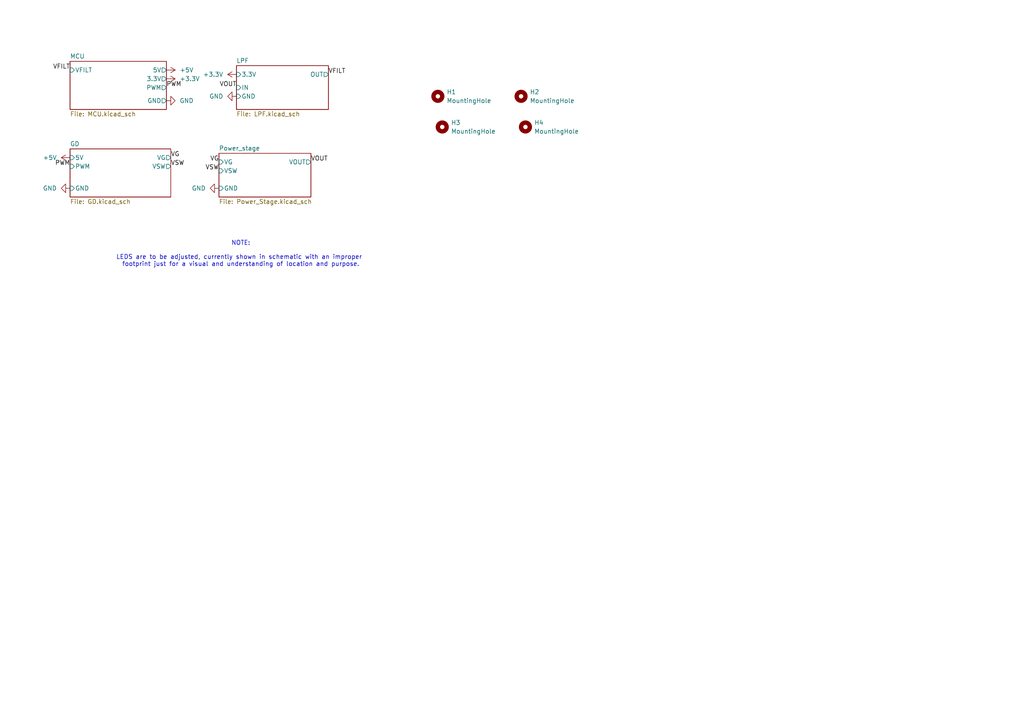
<source format=kicad_sch>
(kicad_sch
	(version 20250114)
	(generator "eeschema")
	(generator_version "9.0")
	(uuid "a5e6a684-17c9-434a-acf7-c925557987b4")
	(paper "A4")
	(title_block
		(title "Lecture_Tutorial")
		(date "2025-02-20")
		(rev "R0")
		(company "AbdullahZafar")
	)
	(lib_symbols
		(symbol "Mechanical:MountingHole"
			(pin_names
				(offset 1.016)
			)
			(exclude_from_sim yes)
			(in_bom no)
			(on_board yes)
			(property "Reference" "H"
				(at 0 5.08 0)
				(effects
					(font
						(size 1.27 1.27)
					)
				)
			)
			(property "Value" "MountingHole"
				(at 0 3.175 0)
				(effects
					(font
						(size 1.27 1.27)
					)
				)
			)
			(property "Footprint" ""
				(at 0 0 0)
				(effects
					(font
						(size 1.27 1.27)
					)
					(hide yes)
				)
			)
			(property "Datasheet" "~"
				(at 0 0 0)
				(effects
					(font
						(size 1.27 1.27)
					)
					(hide yes)
				)
			)
			(property "Description" "Mounting Hole without connection"
				(at 0 0 0)
				(effects
					(font
						(size 1.27 1.27)
					)
					(hide yes)
				)
			)
			(property "ki_keywords" "mounting hole"
				(at 0 0 0)
				(effects
					(font
						(size 1.27 1.27)
					)
					(hide yes)
				)
			)
			(property "ki_fp_filters" "MountingHole*"
				(at 0 0 0)
				(effects
					(font
						(size 1.27 1.27)
					)
					(hide yes)
				)
			)
			(symbol "MountingHole_0_1"
				(circle
					(center 0 0)
					(radius 1.27)
					(stroke
						(width 1.27)
						(type default)
					)
					(fill
						(type none)
					)
				)
			)
			(embedded_fonts no)
		)
		(symbol "power:+3.3V"
			(power)
			(pin_numbers
				(hide yes)
			)
			(pin_names
				(offset 0)
				(hide yes)
			)
			(exclude_from_sim no)
			(in_bom yes)
			(on_board yes)
			(property "Reference" "#PWR"
				(at 0 -3.81 0)
				(effects
					(font
						(size 1.27 1.27)
					)
					(hide yes)
				)
			)
			(property "Value" "+3.3V"
				(at 0 3.556 0)
				(effects
					(font
						(size 1.27 1.27)
					)
				)
			)
			(property "Footprint" ""
				(at 0 0 0)
				(effects
					(font
						(size 1.27 1.27)
					)
					(hide yes)
				)
			)
			(property "Datasheet" ""
				(at 0 0 0)
				(effects
					(font
						(size 1.27 1.27)
					)
					(hide yes)
				)
			)
			(property "Description" "Power symbol creates a global label with name \"+3.3V\""
				(at 0 0 0)
				(effects
					(font
						(size 1.27 1.27)
					)
					(hide yes)
				)
			)
			(property "ki_keywords" "global power"
				(at 0 0 0)
				(effects
					(font
						(size 1.27 1.27)
					)
					(hide yes)
				)
			)
			(symbol "+3.3V_0_1"
				(polyline
					(pts
						(xy -0.762 1.27) (xy 0 2.54)
					)
					(stroke
						(width 0)
						(type default)
					)
					(fill
						(type none)
					)
				)
				(polyline
					(pts
						(xy 0 2.54) (xy 0.762 1.27)
					)
					(stroke
						(width 0)
						(type default)
					)
					(fill
						(type none)
					)
				)
				(polyline
					(pts
						(xy 0 0) (xy 0 2.54)
					)
					(stroke
						(width 0)
						(type default)
					)
					(fill
						(type none)
					)
				)
			)
			(symbol "+3.3V_1_1"
				(pin power_in line
					(at 0 0 90)
					(length 0)
					(name "~"
						(effects
							(font
								(size 1.27 1.27)
							)
						)
					)
					(number "1"
						(effects
							(font
								(size 1.27 1.27)
							)
						)
					)
				)
			)
			(embedded_fonts no)
		)
		(symbol "power:+5V"
			(power)
			(pin_numbers
				(hide yes)
			)
			(pin_names
				(offset 0)
				(hide yes)
			)
			(exclude_from_sim no)
			(in_bom yes)
			(on_board yes)
			(property "Reference" "#PWR"
				(at 0 -3.81 0)
				(effects
					(font
						(size 1.27 1.27)
					)
					(hide yes)
				)
			)
			(property "Value" "+5V"
				(at 0 3.556 0)
				(effects
					(font
						(size 1.27 1.27)
					)
				)
			)
			(property "Footprint" ""
				(at 0 0 0)
				(effects
					(font
						(size 1.27 1.27)
					)
					(hide yes)
				)
			)
			(property "Datasheet" ""
				(at 0 0 0)
				(effects
					(font
						(size 1.27 1.27)
					)
					(hide yes)
				)
			)
			(property "Description" "Power symbol creates a global label with name \"+5V\""
				(at 0 0 0)
				(effects
					(font
						(size 1.27 1.27)
					)
					(hide yes)
				)
			)
			(property "ki_keywords" "global power"
				(at 0 0 0)
				(effects
					(font
						(size 1.27 1.27)
					)
					(hide yes)
				)
			)
			(symbol "+5V_0_1"
				(polyline
					(pts
						(xy -0.762 1.27) (xy 0 2.54)
					)
					(stroke
						(width 0)
						(type default)
					)
					(fill
						(type none)
					)
				)
				(polyline
					(pts
						(xy 0 2.54) (xy 0.762 1.27)
					)
					(stroke
						(width 0)
						(type default)
					)
					(fill
						(type none)
					)
				)
				(polyline
					(pts
						(xy 0 0) (xy 0 2.54)
					)
					(stroke
						(width 0)
						(type default)
					)
					(fill
						(type none)
					)
				)
			)
			(symbol "+5V_1_1"
				(pin power_in line
					(at 0 0 90)
					(length 0)
					(name "~"
						(effects
							(font
								(size 1.27 1.27)
							)
						)
					)
					(number "1"
						(effects
							(font
								(size 1.27 1.27)
							)
						)
					)
				)
			)
			(embedded_fonts no)
		)
		(symbol "power:GND"
			(power)
			(pin_numbers
				(hide yes)
			)
			(pin_names
				(offset 0)
				(hide yes)
			)
			(exclude_from_sim no)
			(in_bom yes)
			(on_board yes)
			(property "Reference" "#PWR"
				(at 0 -6.35 0)
				(effects
					(font
						(size 1.27 1.27)
					)
					(hide yes)
				)
			)
			(property "Value" "GND"
				(at 0 -3.81 0)
				(effects
					(font
						(size 1.27 1.27)
					)
				)
			)
			(property "Footprint" ""
				(at 0 0 0)
				(effects
					(font
						(size 1.27 1.27)
					)
					(hide yes)
				)
			)
			(property "Datasheet" ""
				(at 0 0 0)
				(effects
					(font
						(size 1.27 1.27)
					)
					(hide yes)
				)
			)
			(property "Description" "Power symbol creates a global label with name \"GND\" , ground"
				(at 0 0 0)
				(effects
					(font
						(size 1.27 1.27)
					)
					(hide yes)
				)
			)
			(property "ki_keywords" "global power"
				(at 0 0 0)
				(effects
					(font
						(size 1.27 1.27)
					)
					(hide yes)
				)
			)
			(symbol "GND_0_1"
				(polyline
					(pts
						(xy 0 0) (xy 0 -1.27) (xy 1.27 -1.27) (xy 0 -2.54) (xy -1.27 -1.27) (xy 0 -1.27)
					)
					(stroke
						(width 0)
						(type default)
					)
					(fill
						(type none)
					)
				)
			)
			(symbol "GND_1_1"
				(pin power_in line
					(at 0 0 270)
					(length 0)
					(name "~"
						(effects
							(font
								(size 1.27 1.27)
							)
						)
					)
					(number "1"
						(effects
							(font
								(size 1.27 1.27)
							)
						)
					)
				)
			)
			(embedded_fonts no)
		)
	)
	(text "NOTE:\n\nLEDS are to be adjusted, currently shown in schematic with an improper \nfootprint just for a visual and understanding of location and purpose.\n"
		(exclude_from_sim no)
		(at 69.85 73.66 0)
		(effects
			(font
				(size 1.27 1.27)
			)
		)
		(uuid "4a5ac2de-9ffa-4e67-b5cb-e41748b676bf")
	)
	(label "VOUT"
		(at 68.58 25.4 180)
		(effects
			(font
				(size 1.27 1.27)
			)
			(justify right bottom)
		)
		(uuid "040edd82-8c42-4668-9c7c-1efa1d6e7dfd")
	)
	(label "VFILT"
		(at 95.25 21.59 0)
		(effects
			(font
				(size 1.27 1.27)
			)
			(justify left bottom)
		)
		(uuid "1331cde5-ed9e-44f4-9dcb-db4fd3e75e81")
	)
	(label "PWM"
		(at 20.32 48.26 180)
		(effects
			(font
				(size 1.27 1.27)
			)
			(justify right bottom)
		)
		(uuid "15ec2cd6-c9e0-469d-8d1f-84fcb50585b1")
	)
	(label "VFILT"
		(at 20.32 20.32 180)
		(effects
			(font
				(size 1.27 1.27)
			)
			(justify right bottom)
		)
		(uuid "24d8c81b-7e93-4bd8-9f27-66803e3cbd23")
	)
	(label "VG"
		(at 49.53 45.72 0)
		(effects
			(font
				(size 1.27 1.27)
			)
			(justify left bottom)
		)
		(uuid "465ec26b-230a-4639-a918-872d4cd26d16")
	)
	(label "PWM"
		(at 48.26 25.4 0)
		(effects
			(font
				(size 1.27 1.27)
			)
			(justify left bottom)
		)
		(uuid "4ab256d4-49fd-4add-add6-6e6aa87a5699")
	)
	(label "VSW"
		(at 63.5 49.53 180)
		(effects
			(font
				(size 1.27 1.27)
			)
			(justify right bottom)
		)
		(uuid "55fa3889-a1e6-4410-b29f-7c4bef8c1203")
	)
	(label "VG"
		(at 63.5 46.99 180)
		(effects
			(font
				(size 1.27 1.27)
			)
			(justify right bottom)
		)
		(uuid "b099a30c-13ab-4d12-9693-7fdf397b2e8e")
	)
	(label "VSW"
		(at 49.53 48.26 0)
		(effects
			(font
				(size 1.27 1.27)
			)
			(justify left bottom)
		)
		(uuid "e82fce1b-bbe7-4a91-ab14-2d64a4ffb2a0")
	)
	(label "VOUT"
		(at 90.17 46.99 0)
		(effects
			(font
				(size 1.27 1.27)
			)
			(justify left bottom)
		)
		(uuid "fcdc5541-f8d4-4233-ad79-74a3d3b7d443")
	)
	(symbol
		(lib_id "Mechanical:MountingHole")
		(at 128.27 36.83 0)
		(unit 1)
		(exclude_from_sim yes)
		(in_bom no)
		(on_board yes)
		(dnp no)
		(fields_autoplaced yes)
		(uuid "0685597b-0348-4102-8618-ae36a93f6090")
		(property "Reference" "H3"
			(at 130.81 35.5599 0)
			(effects
				(font
					(size 1.27 1.27)
				)
				(justify left)
			)
		)
		(property "Value" "MountingHole"
			(at 130.81 38.0999 0)
			(effects
				(font
					(size 1.27 1.27)
				)
				(justify left)
			)
		)
		(property "Footprint" "MountingHole:MountingHole_4mm"
			(at 128.27 36.83 0)
			(effects
				(font
					(size 1.27 1.27)
				)
				(hide yes)
			)
		)
		(property "Datasheet" "~"
			(at 128.27 36.83 0)
			(effects
				(font
					(size 1.27 1.27)
				)
				(hide yes)
			)
		)
		(property "Description" "Mounting Hole without connection"
			(at 128.27 36.83 0)
			(effects
				(font
					(size 1.27 1.27)
				)
				(hide yes)
			)
		)
		(property "Part No." "971100244"
			(at 128.27 36.83 0)
			(effects
				(font
					(size 1.27 1.27)
				)
				(hide yes)
			)
		)
		(instances
			(project "PCB_Tutorial_Lect"
				(path "/a5e6a684-17c9-434a-acf7-c925557987b4"
					(reference "H3")
					(unit 1)
				)
			)
		)
	)
	(symbol
		(lib_id "power:+5V")
		(at 20.32 45.72 90)
		(unit 1)
		(exclude_from_sim no)
		(in_bom yes)
		(on_board yes)
		(dnp no)
		(fields_autoplaced yes)
		(uuid "2917f6f8-d6d5-472b-a4c1-6ed934112992")
		(property "Reference" "#PWR08"
			(at 24.13 45.72 0)
			(effects
				(font
					(size 1.27 1.27)
				)
				(hide yes)
			)
		)
		(property "Value" "+5V"
			(at 16.51 45.7199 90)
			(effects
				(font
					(size 1.27 1.27)
				)
				(justify left)
			)
		)
		(property "Footprint" ""
			(at 20.32 45.72 0)
			(effects
				(font
					(size 1.27 1.27)
				)
				(hide yes)
			)
		)
		(property "Datasheet" ""
			(at 20.32 45.72 0)
			(effects
				(font
					(size 1.27 1.27)
				)
				(hide yes)
			)
		)
		(property "Description" "Power symbol creates a global label with name \"+5V\""
			(at 20.32 45.72 0)
			(effects
				(font
					(size 1.27 1.27)
				)
				(hide yes)
			)
		)
		(pin "1"
			(uuid "24037026-0a04-47e9-af16-cadb7007ea17")
		)
		(instances
			(project ""
				(path "/a5e6a684-17c9-434a-acf7-c925557987b4"
					(reference "#PWR08")
					(unit 1)
				)
			)
		)
	)
	(symbol
		(lib_id "power:+3.3V")
		(at 48.26 22.86 270)
		(unit 1)
		(exclude_from_sim no)
		(in_bom yes)
		(on_board yes)
		(dnp no)
		(uuid "306b9468-5cfc-4cc6-9730-26949d52343e")
		(property "Reference" "#PWR06"
			(at 44.45 22.86 0)
			(effects
				(font
					(size 1.27 1.27)
				)
				(hide yes)
			)
		)
		(property "Value" "+3.3V"
			(at 52.07 22.8599 90)
			(effects
				(font
					(size 1.27 1.27)
				)
				(justify left)
			)
		)
		(property "Footprint" ""
			(at 48.26 22.86 0)
			(effects
				(font
					(size 1.27 1.27)
				)
				(hide yes)
			)
		)
		(property "Datasheet" ""
			(at 48.26 22.86 0)
			(effects
				(font
					(size 1.27 1.27)
				)
				(hide yes)
			)
		)
		(property "Description" "Power symbol creates a global label with name \"+3.3V\""
			(at 48.26 22.86 0)
			(effects
				(font
					(size 1.27 1.27)
				)
				(hide yes)
			)
		)
		(pin "1"
			(uuid "b50b0d44-fff8-4bd4-bbdb-5f8f01de5b03")
		)
		(instances
			(project "PCB_Tutorial_Lect"
				(path "/a5e6a684-17c9-434a-acf7-c925557987b4"
					(reference "#PWR06")
					(unit 1)
				)
			)
		)
	)
	(symbol
		(lib_id "power:GND")
		(at 63.5 54.61 270)
		(unit 1)
		(exclude_from_sim no)
		(in_bom yes)
		(on_board yes)
		(dnp no)
		(fields_autoplaced yes)
		(uuid "391db1d3-49eb-4169-ae63-4949b5b4ef1a")
		(property "Reference" "#PWR02"
			(at 57.15 54.61 0)
			(effects
				(font
					(size 1.27 1.27)
				)
				(hide yes)
			)
		)
		(property "Value" "GND"
			(at 59.69 54.6099 90)
			(effects
				(font
					(size 1.27 1.27)
				)
				(justify right)
			)
		)
		(property "Footprint" ""
			(at 63.5 54.61 0)
			(effects
				(font
					(size 1.27 1.27)
				)
				(hide yes)
			)
		)
		(property "Datasheet" ""
			(at 63.5 54.61 0)
			(effects
				(font
					(size 1.27 1.27)
				)
				(hide yes)
			)
		)
		(property "Description" "Power symbol creates a global label with name \"GND\" , ground"
			(at 63.5 54.61 0)
			(effects
				(font
					(size 1.27 1.27)
				)
				(hide yes)
			)
		)
		(pin "1"
			(uuid "88b25305-7aec-4e52-a775-4ed413cf8425")
		)
		(instances
			(project ""
				(path "/a5e6a684-17c9-434a-acf7-c925557987b4"
					(reference "#PWR02")
					(unit 1)
				)
			)
		)
	)
	(symbol
		(lib_id "power:+3.3V")
		(at 68.58 21.59 90)
		(unit 1)
		(exclude_from_sim no)
		(in_bom yes)
		(on_board yes)
		(dnp no)
		(fields_autoplaced yes)
		(uuid "3a2b9023-bce8-4319-bb10-7492363aa61e")
		(property "Reference" "#PWR07"
			(at 72.39 21.59 0)
			(effects
				(font
					(size 1.27 1.27)
				)
				(hide yes)
			)
		)
		(property "Value" "+3.3V"
			(at 64.77 21.5899 90)
			(effects
				(font
					(size 1.27 1.27)
				)
				(justify left)
			)
		)
		(property "Footprint" ""
			(at 68.58 21.59 0)
			(effects
				(font
					(size 1.27 1.27)
				)
				(hide yes)
			)
		)
		(property "Datasheet" ""
			(at 68.58 21.59 0)
			(effects
				(font
					(size 1.27 1.27)
				)
				(hide yes)
			)
		)
		(property "Description" "Power symbol creates a global label with name \"+3.3V\""
			(at 68.58 21.59 0)
			(effects
				(font
					(size 1.27 1.27)
				)
				(hide yes)
			)
		)
		(pin "1"
			(uuid "4f57e422-795b-42ad-9989-c83cd14b8394")
		)
		(instances
			(project "PCB_Tutorial_Lect"
				(path "/a5e6a684-17c9-434a-acf7-c925557987b4"
					(reference "#PWR07")
					(unit 1)
				)
			)
		)
	)
	(symbol
		(lib_id "Mechanical:MountingHole")
		(at 151.13 27.94 0)
		(unit 1)
		(exclude_from_sim yes)
		(in_bom no)
		(on_board yes)
		(dnp no)
		(fields_autoplaced yes)
		(uuid "494e8516-c959-4672-bf30-a663081e4b17")
		(property "Reference" "H2"
			(at 153.67 26.6699 0)
			(effects
				(font
					(size 1.27 1.27)
				)
				(justify left)
			)
		)
		(property "Value" "MountingHole"
			(at 153.67 29.2099 0)
			(effects
				(font
					(size 1.27 1.27)
				)
				(justify left)
			)
		)
		(property "Footprint" "MountingHole:MountingHole_4mm"
			(at 151.13 27.94 0)
			(effects
				(font
					(size 1.27 1.27)
				)
				(hide yes)
			)
		)
		(property "Datasheet" "~"
			(at 151.13 27.94 0)
			(effects
				(font
					(size 1.27 1.27)
				)
				(hide yes)
			)
		)
		(property "Description" "Mounting Hole without connection"
			(at 151.13 27.94 0)
			(effects
				(font
					(size 1.27 1.27)
				)
				(hide yes)
			)
		)
		(property "Part No." "971100244"
			(at 151.13 27.94 0)
			(effects
				(font
					(size 1.27 1.27)
				)
				(hide yes)
			)
		)
		(instances
			(project "PCB_Tutorial_Lect"
				(path "/a5e6a684-17c9-434a-acf7-c925557987b4"
					(reference "H2")
					(unit 1)
				)
			)
		)
	)
	(symbol
		(lib_id "power:+5V")
		(at 48.26 20.32 270)
		(unit 1)
		(exclude_from_sim no)
		(in_bom yes)
		(on_board yes)
		(dnp no)
		(fields_autoplaced yes)
		(uuid "496c6164-e9e0-46af-af30-86bb78e824e9")
		(property "Reference" "#PWR05"
			(at 44.45 20.32 0)
			(effects
				(font
					(size 1.27 1.27)
				)
				(hide yes)
			)
		)
		(property "Value" "+5V"
			(at 52.07 20.3199 90)
			(effects
				(font
					(size 1.27 1.27)
				)
				(justify left)
			)
		)
		(property "Footprint" ""
			(at 48.26 20.32 0)
			(effects
				(font
					(size 1.27 1.27)
				)
				(hide yes)
			)
		)
		(property "Datasheet" ""
			(at 48.26 20.32 0)
			(effects
				(font
					(size 1.27 1.27)
				)
				(hide yes)
			)
		)
		(property "Description" "Power symbol creates a global label with name \"+5V\""
			(at 48.26 20.32 0)
			(effects
				(font
					(size 1.27 1.27)
				)
				(hide yes)
			)
		)
		(pin "1"
			(uuid "60cf3133-9b59-4530-b745-c4e096e47a35")
		)
		(instances
			(project ""
				(path "/a5e6a684-17c9-434a-acf7-c925557987b4"
					(reference "#PWR05")
					(unit 1)
				)
			)
		)
	)
	(symbol
		(lib_id "Mechanical:MountingHole")
		(at 127 27.94 0)
		(unit 1)
		(exclude_from_sim yes)
		(in_bom no)
		(on_board yes)
		(dnp no)
		(fields_autoplaced yes)
		(uuid "8c9a5e76-297b-4ae5-a4cc-737527ebf0a5")
		(property "Reference" "H1"
			(at 129.54 26.6699 0)
			(effects
				(font
					(size 1.27 1.27)
				)
				(justify left)
			)
		)
		(property "Value" "MountingHole"
			(at 129.54 29.2099 0)
			(effects
				(font
					(size 1.27 1.27)
				)
				(justify left)
			)
		)
		(property "Footprint" "MountingHole:MountingHole_4mm"
			(at 127 27.94 0)
			(effects
				(font
					(size 1.27 1.27)
				)
				(hide yes)
			)
		)
		(property "Datasheet" "~"
			(at 127 27.94 0)
			(effects
				(font
					(size 1.27 1.27)
				)
				(hide yes)
			)
		)
		(property "Description" "Mounting Hole without connection"
			(at 127 27.94 0)
			(effects
				(font
					(size 1.27 1.27)
				)
				(hide yes)
			)
		)
		(property "Part No." "971100244"
			(at 127 27.94 0)
			(effects
				(font
					(size 1.27 1.27)
				)
				(hide yes)
			)
		)
		(instances
			(project ""
				(path "/a5e6a684-17c9-434a-acf7-c925557987b4"
					(reference "H1")
					(unit 1)
				)
			)
		)
	)
	(symbol
		(lib_id "power:GND")
		(at 48.26 29.21 90)
		(unit 1)
		(exclude_from_sim no)
		(in_bom yes)
		(on_board yes)
		(dnp no)
		(fields_autoplaced yes)
		(uuid "9a5c08b0-9106-44b7-b128-e9aec95d6244")
		(property "Reference" "#PWR01"
			(at 54.61 29.21 0)
			(effects
				(font
					(size 1.27 1.27)
				)
				(hide yes)
			)
		)
		(property "Value" "GND"
			(at 52.07 29.2099 90)
			(effects
				(font
					(size 1.27 1.27)
				)
				(justify right)
			)
		)
		(property "Footprint" ""
			(at 48.26 29.21 0)
			(effects
				(font
					(size 1.27 1.27)
				)
				(hide yes)
			)
		)
		(property "Datasheet" ""
			(at 48.26 29.21 0)
			(effects
				(font
					(size 1.27 1.27)
				)
				(hide yes)
			)
		)
		(property "Description" "Power symbol creates a global label with name \"GND\" , ground"
			(at 48.26 29.21 0)
			(effects
				(font
					(size 1.27 1.27)
				)
				(hide yes)
			)
		)
		(pin "1"
			(uuid "9807e871-2e39-4ce5-86df-eb13ed904306")
		)
		(instances
			(project ""
				(path "/a5e6a684-17c9-434a-acf7-c925557987b4"
					(reference "#PWR01")
					(unit 1)
				)
			)
		)
	)
	(symbol
		(lib_id "power:GND")
		(at 20.32 54.61 270)
		(unit 1)
		(exclude_from_sim no)
		(in_bom yes)
		(on_board yes)
		(dnp no)
		(fields_autoplaced yes)
		(uuid "a14c8a56-56a9-476f-8aef-c6a135412980")
		(property "Reference" "#PWR03"
			(at 13.97 54.61 0)
			(effects
				(font
					(size 1.27 1.27)
				)
				(hide yes)
			)
		)
		(property "Value" "GND"
			(at 16.51 54.6099 90)
			(effects
				(font
					(size 1.27 1.27)
				)
				(justify right)
			)
		)
		(property "Footprint" ""
			(at 20.32 54.61 0)
			(effects
				(font
					(size 1.27 1.27)
				)
				(hide yes)
			)
		)
		(property "Datasheet" ""
			(at 20.32 54.61 0)
			(effects
				(font
					(size 1.27 1.27)
				)
				(hide yes)
			)
		)
		(property "Description" "Power symbol creates a global label with name \"GND\" , ground"
			(at 20.32 54.61 0)
			(effects
				(font
					(size 1.27 1.27)
				)
				(hide yes)
			)
		)
		(pin "1"
			(uuid "ac550e44-a921-4ad4-bf4a-ea3353482adf")
		)
		(instances
			(project ""
				(path "/a5e6a684-17c9-434a-acf7-c925557987b4"
					(reference "#PWR03")
					(unit 1)
				)
			)
		)
	)
	(symbol
		(lib_id "Mechanical:MountingHole")
		(at 152.4 36.83 0)
		(unit 1)
		(exclude_from_sim yes)
		(in_bom no)
		(on_board yes)
		(dnp no)
		(fields_autoplaced yes)
		(uuid "aabfd469-d302-416c-8060-321fcb80d400")
		(property "Reference" "H4"
			(at 154.94 35.5599 0)
			(effects
				(font
					(size 1.27 1.27)
				)
				(justify left)
			)
		)
		(property "Value" "MountingHole"
			(at 154.94 38.0999 0)
			(effects
				(font
					(size 1.27 1.27)
				)
				(justify left)
			)
		)
		(property "Footprint" "MountingHole:MountingHole_4mm"
			(at 152.4 36.83 0)
			(effects
				(font
					(size 1.27 1.27)
				)
				(hide yes)
			)
		)
		(property "Datasheet" "~"
			(at 152.4 36.83 0)
			(effects
				(font
					(size 1.27 1.27)
				)
				(hide yes)
			)
		)
		(property "Description" "Mounting Hole without connection"
			(at 152.4 36.83 0)
			(effects
				(font
					(size 1.27 1.27)
				)
				(hide yes)
			)
		)
		(property "Part No." "971100244"
			(at 152.4 36.83 0)
			(effects
				(font
					(size 1.27 1.27)
				)
				(hide yes)
			)
		)
		(instances
			(project "PCB_Tutorial_Lect"
				(path "/a5e6a684-17c9-434a-acf7-c925557987b4"
					(reference "H4")
					(unit 1)
				)
			)
		)
	)
	(symbol
		(lib_id "power:GND")
		(at 68.58 27.94 270)
		(unit 1)
		(exclude_from_sim no)
		(in_bom yes)
		(on_board yes)
		(dnp no)
		(fields_autoplaced yes)
		(uuid "fec8873e-d43c-41c3-836d-b13df6323ff2")
		(property "Reference" "#PWR04"
			(at 62.23 27.94 0)
			(effects
				(font
					(size 1.27 1.27)
				)
				(hide yes)
			)
		)
		(property "Value" "GND"
			(at 64.77 27.9399 90)
			(effects
				(font
					(size 1.27 1.27)
				)
				(justify right)
			)
		)
		(property "Footprint" ""
			(at 68.58 27.94 0)
			(effects
				(font
					(size 1.27 1.27)
				)
				(hide yes)
			)
		)
		(property "Datasheet" ""
			(at 68.58 27.94 0)
			(effects
				(font
					(size 1.27 1.27)
				)
				(hide yes)
			)
		)
		(property "Description" "Power symbol creates a global label with name \"GND\" , ground"
			(at 68.58 27.94 0)
			(effects
				(font
					(size 1.27 1.27)
				)
				(hide yes)
			)
		)
		(pin "1"
			(uuid "ffcc70cb-8e79-4a61-ab3a-64ce7efa3d50")
		)
		(instances
			(project ""
				(path "/a5e6a684-17c9-434a-acf7-c925557987b4"
					(reference "#PWR04")
					(unit 1)
				)
			)
		)
	)
	(sheet
		(at 20.32 17.78)
		(size 27.94 13.97)
		(exclude_from_sim no)
		(in_bom yes)
		(on_board yes)
		(dnp no)
		(fields_autoplaced yes)
		(stroke
			(width 0.1524)
			(type solid)
		)
		(fill
			(color 0 0 0 0.0000)
		)
		(uuid "176e1ae2-e003-482f-8ddd-43680d7caa05")
		(property "Sheetname" "MCU"
			(at 20.32 17.0684 0)
			(effects
				(font
					(size 1.27 1.27)
				)
				(justify left bottom)
			)
		)
		(property "Sheetfile" "MCU.kicad_sch"
			(at 20.32 32.3346 0)
			(effects
				(font
					(size 1.27 1.27)
				)
				(justify left top)
			)
		)
		(pin "5V" output
			(at 48.26 20.32 0)
			(uuid "66f93fed-3f01-4fe1-8024-736b096760ef")
			(effects
				(font
					(size 1.27 1.27)
				)
				(justify right)
			)
		)
		(pin "3.3V" output
			(at 48.26 22.86 0)
			(uuid "afa09afa-fd47-49a1-b656-ad61840234f3")
			(effects
				(font
					(size 1.27 1.27)
				)
				(justify right)
			)
		)
		(pin "GND" output
			(at 48.26 29.21 0)
			(uuid "14f59de9-b58f-4acb-91c8-88116a6d10f9")
			(effects
				(font
					(size 1.27 1.27)
				)
				(justify right)
			)
		)
		(pin "PWM" output
			(at 48.26 25.4 0)
			(uuid "05219b3b-b911-4b7a-bf8e-c2279db9b060")
			(effects
				(font
					(size 1.27 1.27)
				)
				(justify right)
			)
		)
		(pin "VFILT" input
			(at 20.32 20.32 180)
			(uuid "66bb4942-a663-42b5-aa60-9db327105187")
			(effects
				(font
					(size 1.27 1.27)
				)
				(justify left)
			)
		)
		(instances
			(project "PCB_Tutorial_Lect"
				(path "/a5e6a684-17c9-434a-acf7-c925557987b4"
					(page "2")
				)
			)
		)
	)
	(sheet
		(at 63.5 44.45)
		(size 26.67 12.7)
		(exclude_from_sim no)
		(in_bom yes)
		(on_board yes)
		(dnp no)
		(fields_autoplaced yes)
		(stroke
			(width 0.1524)
			(type solid)
		)
		(fill
			(color 0 0 0 0.0000)
		)
		(uuid "42efdf7f-6767-4f03-a2b7-2406e2d1eb6b")
		(property "Sheetname" "Power_stage"
			(at 63.5 43.7384 0)
			(effects
				(font
					(size 1.27 1.27)
				)
				(justify left bottom)
			)
		)
		(property "Sheetfile" "Power_Stage.kicad_sch"
			(at 63.5 57.7346 0)
			(effects
				(font
					(size 1.27 1.27)
				)
				(justify left top)
			)
		)
		(pin "VOUT" output
			(at 90.17 46.99 0)
			(uuid "9ba3c101-24e6-4bce-8b69-d62449d80eb9")
			(effects
				(font
					(size 1.27 1.27)
				)
				(justify right)
			)
		)
		(pin "VSW" input
			(at 63.5 49.53 180)
			(uuid "169f749a-07c2-408a-8b20-d6b827beb69f")
			(effects
				(font
					(size 1.27 1.27)
				)
				(justify left)
			)
		)
		(pin "VG" input
			(at 63.5 46.99 180)
			(uuid "2b123400-7852-47c4-99bd-5166799626fd")
			(effects
				(font
					(size 1.27 1.27)
				)
				(justify left)
			)
		)
		(pin "GND" input
			(at 63.5 54.61 180)
			(uuid "a30e6fc6-bd6d-4ee9-95db-d4368c794117")
			(effects
				(font
					(size 1.27 1.27)
				)
				(justify left)
			)
		)
		(instances
			(project "PCB_Tutorial_Lect"
				(path "/a5e6a684-17c9-434a-acf7-c925557987b4"
					(page "5")
				)
			)
		)
	)
	(sheet
		(at 68.58 19.05)
		(size 26.67 12.7)
		(exclude_from_sim no)
		(in_bom yes)
		(on_board yes)
		(dnp no)
		(fields_autoplaced yes)
		(stroke
			(width 0.1524)
			(type solid)
		)
		(fill
			(color 0 0 0 0.0000)
		)
		(uuid "51562364-ed3e-4e49-b2a3-5c47886e4d17")
		(property "Sheetname" "LPF"
			(at 68.58 18.3384 0)
			(effects
				(font
					(size 1.27 1.27)
				)
				(justify left bottom)
			)
		)
		(property "Sheetfile" "LPF.kicad_sch"
			(at 68.58 32.3346 0)
			(effects
				(font
					(size 1.27 1.27)
				)
				(justify left top)
			)
		)
		(pin "3.3V" input
			(at 68.58 21.59 180)
			(uuid "89d9d131-482f-42db-9d9b-a44e420f4168")
			(effects
				(font
					(size 1.27 1.27)
				)
				(justify left)
			)
		)
		(pin "OUT" output
			(at 95.25 21.59 0)
			(uuid "59995b02-8db5-4227-83ff-b995f1b1ce41")
			(effects
				(font
					(size 1.27 1.27)
				)
				(justify right)
			)
		)
		(pin "IN" input
			(at 68.58 25.4 180)
			(uuid "c41d82f4-6380-4cb5-9477-24a9cb6cd9ac")
			(effects
				(font
					(size 1.27 1.27)
				)
				(justify left)
			)
		)
		(pin "GND" input
			(at 68.58 27.94 180)
			(uuid "6a0736af-31a6-4901-a8e6-f1a06244cce8")
			(effects
				(font
					(size 1.27 1.27)
				)
				(justify left)
			)
		)
		(instances
			(project "PCB_Tutorial_Lect"
				(path "/a5e6a684-17c9-434a-acf7-c925557987b4"
					(page "3")
				)
			)
		)
	)
	(sheet
		(at 20.32 43.18)
		(size 29.21 13.97)
		(exclude_from_sim no)
		(in_bom yes)
		(on_board yes)
		(dnp no)
		(fields_autoplaced yes)
		(stroke
			(width 0.1524)
			(type solid)
		)
		(fill
			(color 0 0 0 0.0000)
		)
		(uuid "efb6fddb-b457-4211-9029-b34bfc963eb3")
		(property "Sheetname" "GD"
			(at 20.32 42.4684 0)
			(effects
				(font
					(size 1.27 1.27)
				)
				(justify left bottom)
			)
		)
		(property "Sheetfile" "GD.kicad_sch"
			(at 20.32 57.7346 0)
			(effects
				(font
					(size 1.27 1.27)
				)
				(justify left top)
			)
		)
		(pin "PWM" input
			(at 20.32 48.26 180)
			(uuid "e99fbcc2-9063-4d27-b6f7-3ce245cc64d8")
			(effects
				(font
					(size 1.27 1.27)
				)
				(justify left)
			)
		)
		(pin "5V" input
			(at 20.32 45.72 180)
			(uuid "e01603ca-df3b-4073-8c15-3efe5e6e4647")
			(effects
				(font
					(size 1.27 1.27)
				)
				(justify left)
			)
		)
		(pin "GND" input
			(at 20.32 54.61 180)
			(uuid "29e9035a-bba1-4ef4-9c9d-c2972726e5f7")
			(effects
				(font
					(size 1.27 1.27)
				)
				(justify left)
			)
		)
		(pin "VSW" output
			(at 49.53 48.26 0)
			(uuid "2bee0e62-8fb2-4a7c-b63d-8f5533e8babe")
			(effects
				(font
					(size 1.27 1.27)
				)
				(justify right)
			)
		)
		(pin "VG" output
			(at 49.53 45.72 0)
			(uuid "34c954b4-aa1c-4f4d-8fc2-69f651bed263")
			(effects
				(font
					(size 1.27 1.27)
				)
				(justify right)
			)
		)
		(instances
			(project "PCB_Tutorial_Lect"
				(path "/a5e6a684-17c9-434a-acf7-c925557987b4"
					(page "4")
				)
			)
		)
	)
	(sheet_instances
		(path "/"
			(page "1")
		)
	)
	(embedded_fonts no)
)

</source>
